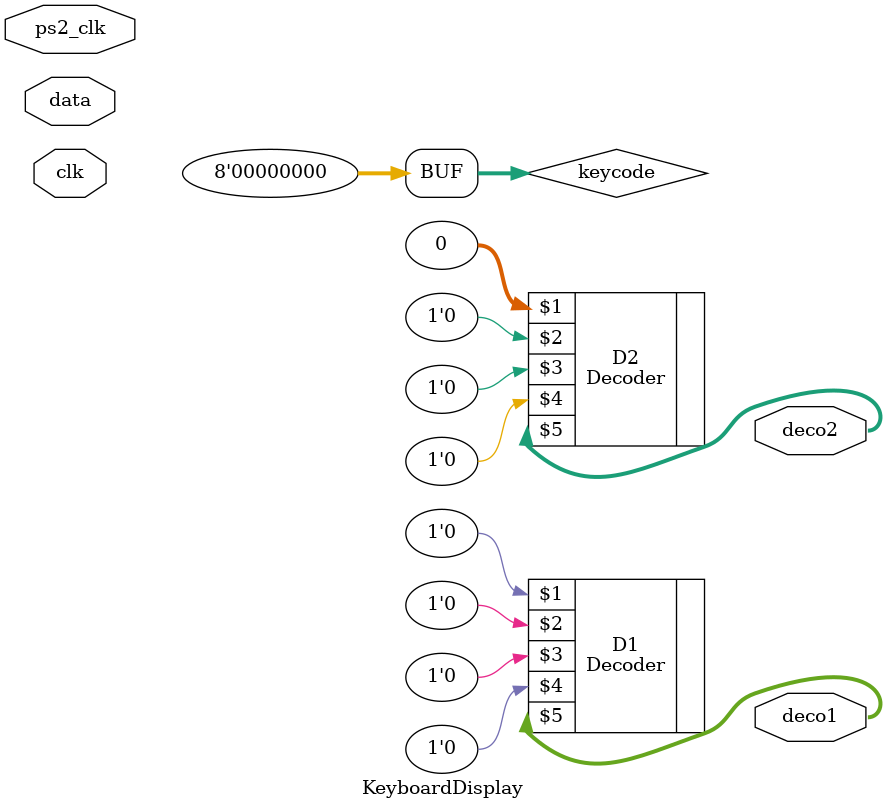
<source format=sv>
module KeyboardDisplay(input  logic clk,
                       input  logic ps2_clk,
                       input  logic data,
                       output logic [6:0] deco1, deco2);

logic [7:0] keycode = 0;

KeyboardController KC(.ps2_clk(ps2_clk), .data(data), .code(keycode));

Decoder D1(keycode[3], keycode[2], keycode[1], keycode[0], deco1);
Decoder D2(0, keycode[6], keycode[5], keycode[4], deco2);

endmodule // KeyboardDisplay

</source>
